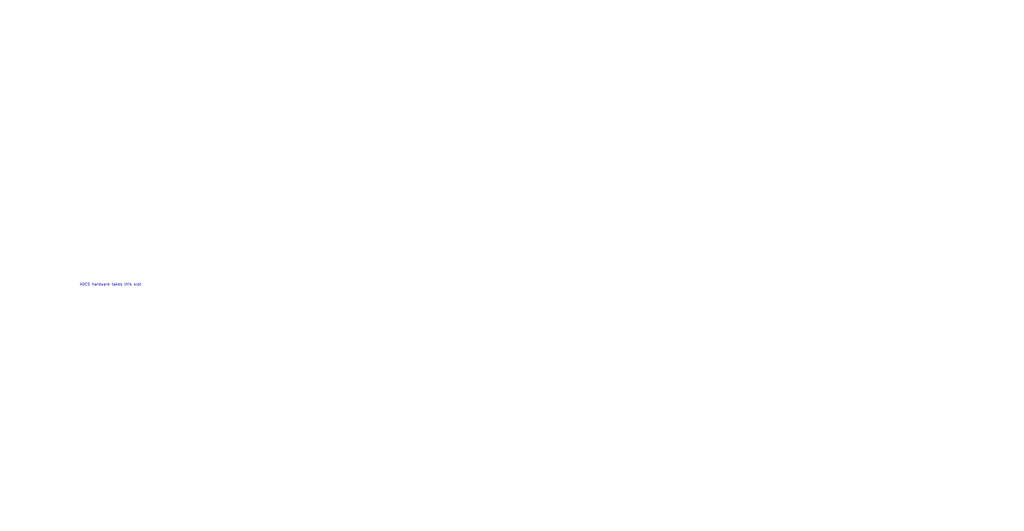
<source format=kicad_sch>
(kicad_sch (version 20211123) (generator eeschema)
  (paper "User" 490.22 254.406)
  (lib_symbols)
  (text "ADCS hardware takes this slot" (at 38.1 137.16 0) (effects (font (size 1.27 1.27)) (justify left bottom)))
)
</source>
